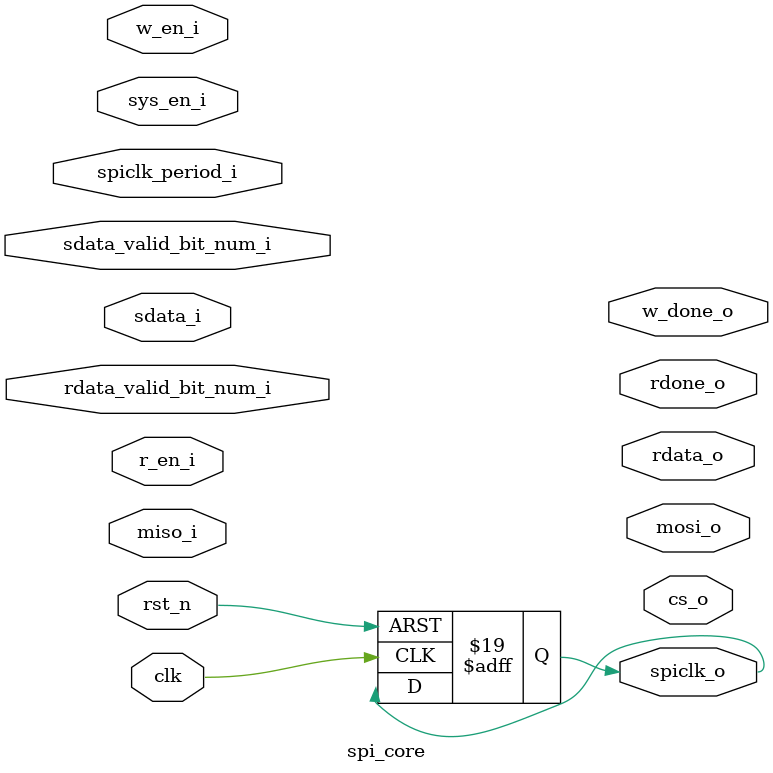
<source format=sv>
`default_nettype none

module spi_core #(
    parameter int BITWIDTH = 8,
    parameter int P_VALID_BIT_BITWIDTH = $clog2(BITWIDTH) + 1
) (
    input  wire                             clk,
    input  wire                             rst_n,
    input  wire  [                    31:0] spiclk_period_i,
    input  wire                             sys_en_i,
    input  wire                             w_en_i,
    input  wire  [P_VALID_BIT_BITWIDTH-1:0] sdata_valid_bit_num_i,
    input  wire  [            BITWIDTH-1:0] sdata_i,
    output wire                             w_done_o,
    input  wire                             r_en_i,
    input  wire  [P_VALID_BIT_BITWIDTH-1:0] rdata_valid_bit_num_i,
    output wire  [            BITWIDTH-1:0] rdata_o,
    output wire                             rdone_o,
    //SPI signal
    output logic                            spiclk_o,
    output logic                            cs_o,
    output logic                            mosi_o,
    input  logic                            miso_i
);


    //logic [BITWIDTH-1:0]  rdata_r;   


    logic if_busy;
    logic if_busy_r;

    logic [31:0] gen_clk_count;
    logic [P_VALID_BIT_BITWIDTH-1:0] spi_count;


    logic [BITWIDTH-1:0] sdata_buffer_r;
    logic [BITWIDTH-1:0] rdata_buffer_r;

    // always_comb begin
    //     if_busy = if_busy_r;
    //     if (!if_busy) begin
    //         if (en_i) begin
    //             if_busy = 1'b1;
    //         end
    //     end else begin
    //         if (w_en_i && (spi_count == sdata_valid_bit_num_i)) begin
    //             if_busy = 1'b0;
    //         end else if (!r_en_i && (spi_count == rdata_valid_bit_num_i)) begin
    //             if_busy = 1'b0;
    //         end
    //     end
    // end

    // always_ff @(posedge clk or negedge rst_n) begin
    //     if (!rst_n) begin
    //         if_busy_r <= 1'b0;
    //     end else begin
    //         if_busy_r <= if_busy;
    //     end
    // end

    //generate clk
    always_ff @(posedge clk or negedge rst_n) begin
        if (!rst_n) begin
            gen_clk_count <= '0;
        end else if (sys_en_i) begin
            if (gen_clk_count == spiclk_period_i) begin
                gen_clk_count <= '0;
            end else begin
                gen_clk_count <= gen_clk_count + (BITWIDTH)'('b1);
            end
        end
    end
    always_ff @(posedge clk or negedge rst_n) begin
        if (!rst_n) begin
            spiclk_o <= 1'b0;
        end else if (sys_en_i) begin
            if (gen_clk_count == spiclk_period_i) begin
                gen_clk_count <= '0;
            end else begin
                gen_clk_count <= gen_clk_count + (BITWIDTH)'('b1);
            end
        end
    end    
    

endmodule

`default_nettype wire

</source>
